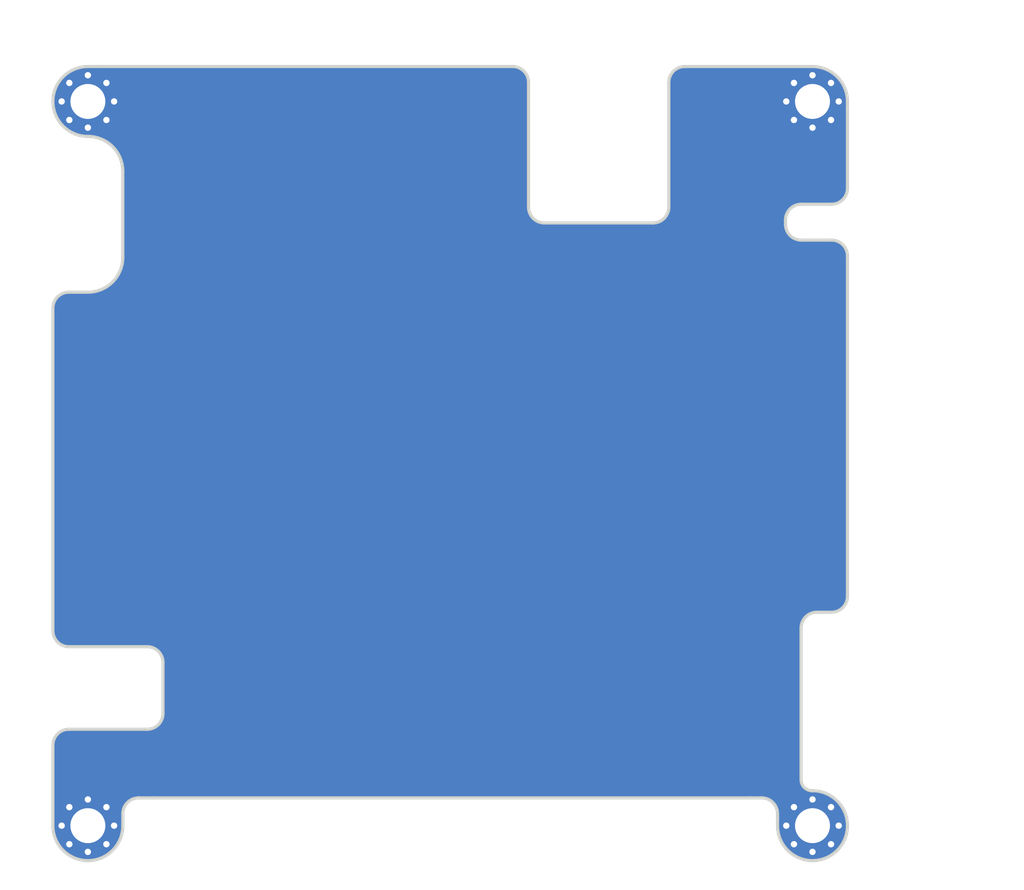
<source format=kicad_pcb>
(kicad_pcb (version 20240108) (generator "pcbnew") (generator_version "8.0")
  (layers (0 "F.Cu" signal) (31 "B.Cu" signal) (34 "B.Paste" user) (35 "F.Paste" user) (36 "B.SilkS" user "B.Silkscreen") (37 "F.SilkS" user "F.Silkscreen") (38 "B.Mask" user) (39 "F.Mask" user) (44 "Edge.Cuts" user))
  (net 0 "")
  (net 1 "GND")
  (footprint "MountingHole:MountingHole_2.2mm_M2_Pad_Via" (layer "F.Cu") (at 120.87 71.39)
    (property "Reference" "TP1" (hide yes))
    (property "Value" "Mounting Hole")
    (pad "1" thru_hole circle (at -1.65 0) (size 0.7 0.7) (drill 0.4) (layers "*.Cu" "*.Mask") (net 1 "GND"))
    (pad "1" thru_hole circle (at -1.166726 -1.166726) (size 0.7 0.7) (drill 0.4) (layers "*.Cu" "*.Mask") (net 1 "GND"))
    (pad "1" thru_hole circle (at -1.166726 1.166726) (size 0.7 0.7) (drill 0.4) (layers "*.Cu" "*.Mask") (net 1 "GND"))
    (pad "1" thru_hole circle (at 0 -1.65) (size 0.7 0.7) (drill 0.4) (layers "*.Cu" "*.Mask") (net 1 "GND"))
    (pad "1" thru_hole circle (at 0 0) (size 4.4 4.4) (drill 2.2) (layers "*.Cu" "*.Mask") (net 1 "GND"))
    (pad "1" thru_hole circle (at 0 1.65) (size 0.7 0.7) (drill 0.4) (layers "*.Cu" "*.Mask") (net 1 "GND"))
    (pad "1" thru_hole circle (at 1.166726 -1.166726) (size 0.7 0.7) (drill 0.4) (layers "*.Cu" "*.Mask") (net 1 "GND"))
    (pad "1" thru_hole circle (at 1.166726 1.166726) (size 0.7 0.7) (drill 0.4) (layers "*.Cu" "*.Mask") (net 1 "GND"))
    (pad "1" thru_hole circle (at 1.65 0) (size 0.7 0.7) (drill 0.4) (layers "*.Cu" "*.Mask") (net 1 "GND"))
  )
  (footprint "MountingHole:MountingHole_2.2mm_M2_Pad_Via" (layer "F.Cu") (at 166.47 71.39)
    (property "Reference" "TP2" (hide yes))
    (property "Value" "Mounting Hole")
    (pad "1" thru_hole circle (at -1.65 0) (size 0.7 0.7) (drill 0.4) (layers "*.Cu" "*.Mask") (net 1 "GND"))
    (pad "1" thru_hole circle (at -1.166726 -1.166726) (size 0.7 0.7) (drill 0.4) (layers "*.Cu" "*.Mask") (net 1 "GND"))
    (pad "1" thru_hole circle (at -1.166726 1.166726) (size 0.7 0.7) (drill 0.4) (layers "*.Cu" "*.Mask") (net 1 "GND"))
    (pad "1" thru_hole circle (at 0 -1.65) (size 0.7 0.7) (drill 0.4) (layers "*.Cu" "*.Mask") (net 1 "GND"))
    (pad "1" thru_hole circle (at 0 0) (size 4.4 4.4) (drill 2.2) (layers "*.Cu" "*.Mask") (net 1 "GND"))
    (pad "1" thru_hole circle (at 0 1.65) (size 0.7 0.7) (drill 0.4) (layers "*.Cu" "*.Mask") (net 1 "GND"))
    (pad "1" thru_hole circle (at 1.166726 -1.166726) (size 0.7 0.7) (drill 0.4) (layers "*.Cu" "*.Mask") (net 1 "GND"))
    (pad "1" thru_hole circle (at 1.166726 1.166726) (size 0.7 0.7) (drill 0.4) (layers "*.Cu" "*.Mask") (net 1 "GND"))
    (pad "1" thru_hole circle (at 1.65 0) (size 0.7 0.7) (drill 0.4) (layers "*.Cu" "*.Mask") (net 1 "GND"))
  )
  (footprint "MountingHole:MountingHole_2.2mm_M2_Pad_Via" (layer "F.Cu") (at 166.47 116.99)
    (property "Reference" "TP3" (hide yes))
    (property "Value" "Mounting Hole")
    (pad "1" thru_hole circle (at -1.65 0) (size 0.7 0.7) (drill 0.4) (layers "*.Cu" "*.Mask") (net 1 "GND"))
    (pad "1" thru_hole circle (at -1.166726 -1.166726) (size 0.7 0.7) (drill 0.4) (layers "*.Cu" "*.Mask") (net 1 "GND"))
    (pad "1" thru_hole circle (at -1.166726 1.166726) (size 0.7 0.7) (drill 0.4) (layers "*.Cu" "*.Mask") (net 1 "GND"))
    (pad "1" thru_hole circle (at 0 -1.65) (size 0.7 0.7) (drill 0.4) (layers "*.Cu" "*.Mask") (net 1 "GND"))
    (pad "1" thru_hole circle (at 0 0) (size 4.4 4.4) (drill 2.2) (layers "*.Cu" "*.Mask") (net 1 "GND"))
    (pad "1" thru_hole circle (at 0 1.65) (size 0.7 0.7) (drill 0.4) (layers "*.Cu" "*.Mask") (net 1 "GND"))
    (pad "1" thru_hole circle (at 1.166726 -1.166726) (size 0.7 0.7) (drill 0.4) (layers "*.Cu" "*.Mask") (net 1 "GND"))
    (pad "1" thru_hole circle (at 1.166726 1.166726) (size 0.7 0.7) (drill 0.4) (layers "*.Cu" "*.Mask") (net 1 "GND"))
    (pad "1" thru_hole circle (at 1.65 0) (size 0.7 0.7) (drill 0.4) (layers "*.Cu" "*.Mask") (net 1 "GND"))
  )
  (footprint "MountingHole:MountingHole_2.2mm_M2_Pad_Via" (layer "F.Cu") (at 120.87 116.99)
    (property "Reference" "TP4" (hide yes))
    (property "Value" "Mounting Hole")
    (pad "1" thru_hole circle (at -1.65 0) (size 0.7 0.7) (drill 0.4) (layers "*.Cu" "*.Mask") (net 1 "GND"))
    (pad "1" thru_hole circle (at -1.166726 -1.166726) (size 0.7 0.7) (drill 0.4) (layers "*.Cu" "*.Mask") (net 1 "GND"))
    (pad "1" thru_hole circle (at -1.166726 1.166726) (size 0.7 0.7) (drill 0.4) (layers "*.Cu" "*.Mask") (net 1 "GND"))
    (pad "1" thru_hole circle (at 0 -1.65) (size 0.7 0.7) (drill 0.4) (layers "*.Cu" "*.Mask") (net 1 "GND"))
    (pad "1" thru_hole circle (at 0 0) (size 4.4 4.4) (drill 2.2) (layers "*.Cu" "*.Mask") (net 1 "GND"))
    (pad "1" thru_hole circle (at 0 1.65) (size 0.7 0.7) (drill 0.4) (layers "*.Cu" "*.Mask") (net 1 "GND"))
    (pad "1" thru_hole circle (at 1.166726 -1.166726) (size 0.7 0.7) (drill 0.4) (layers "*.Cu" "*.Mask") (net 1 "GND"))
    (pad "1" thru_hole circle (at 1.166726 1.166726) (size 0.7 0.7) (drill 0.4) (layers "*.Cu" "*.Mask") (net 1 "GND"))
    (pad "1" thru_hole circle (at 1.65 0) (size 0.7 0.7) (drill 0.4) (layers "*.Cu" "*.Mask") (net 1 "GND"))
  )
  (gr_arc (start 119.67 105.72) (mid 118.962893 105.427107) (end 118.67 104.72) (stroke (width 0.2)) (layer "Edge.Cuts"))
  (gr_arc (start 149.6 79.04) (mid 148.892893 78.747107) (end 148.6 78.04) (stroke (width 0.2)) (layer "Edge.Cuts"))
  (gr_arc (start 120.87 73.59) (mid 119.314365 72.945635) (end 118.67 71.39) (stroke (width 0.2)) (layer "Edge.Cuts"))
  (gr_line (start 149.6 79.04) (end 156.43 79.04) (stroke (width 0.2)) (layer "Edge.Cuts"))
  (gr_line (start 124.6 105.72) (end 119.67 105.72) (stroke (width 0.2)) (layer "Edge.Cuts"))
  (gr_arc (start 166.45 114.79) (mid 165.955025 114.584975) (end 165.75 114.09) (stroke (width 0.2)) (layer "Edge.Cuts"))
  (gr_arc (start 125.6 109.92) (mid 125.307107 110.627107) (end 124.6 110.92) (stroke (width 0.2)) (layer "Edge.Cuts"))
  (gr_arc (start 120.87 119.19) (mid 119.314365 118.545635) (end 118.67 116.99) (stroke (width 0.2)) (layer "Edge.Cuts"))
  (gr_arc (start 157.43 70.19) (mid 157.722893 69.482893) (end 158.43 69.19) (stroke (width 0.2)) (layer "Edge.Cuts"))
  (gr_arc (start 163.27 115.24) (mid 163.977107 115.532893) (end 164.27 116.24) (stroke (width 0.2)) (layer "Edge.Cuts"))
  (gr_line (start 164.27 116.24) (end 164.27 116.99) (stroke (width 0.2)) (layer "Edge.Cuts"))
  (gr_arc (start 123.07 116.99) (mid 122.425635 118.545635) (end 120.87 119.19) (stroke (width 0.2)) (layer "Edge.Cuts"))
  (gr_line (start 168.67 76.63) (end 168.67 76.86) (stroke (width 0.2)) (layer "Edge.Cuts"))
  (gr_line (start 125.6 109.92) (end 125.6 106.72) (stroke (width 0.2)) (layer "Edge.Cuts"))
  (gr_line (start 120.87 83.4) (end 119.67 83.4) (stroke (width 0.2)) (layer "Edge.Cuts"))
  (gr_line (start 168.67 81.12) (end 168.67 81.5) (stroke (width 0.2)) (layer "Edge.Cuts"))
  (gr_line (start 166.45 114.79) (end 166.47 114.79) (stroke (width 0.2)) (layer "Edge.Cuts"))
  (gr_line (start 162.59 115.24) (end 125.01 115.24) (stroke (width 0.2)) (layer "Edge.Cuts"))
  (gr_arc (start 168.67 76.86) (mid 168.377107 77.567107) (end 167.67 77.86) (stroke (width 0.2)) (layer "Edge.Cuts"))
  (gr_line (start 168.67 81.5) (end 168.67 102.55) (stroke (width 0.2)) (layer "Edge.Cuts"))
  (gr_line (start 167.67 103.55) (end 166.75 103.55) (stroke (width 0.2)) (layer "Edge.Cuts"))
  (gr_arc (start 166.47 69.19) (mid 168.025635 69.834365) (end 168.67 71.39) (stroke (width 0.2)) (layer "Edge.Cuts"))
  (gr_line (start 123.07 75.79) (end 123.07 81.2) (stroke (width 0.2)) (layer "Edge.Cuts"))
  (gr_arc (start 166.47 119.19) (mid 164.914365 118.545635) (end 164.27 116.99) (stroke (width 0.2)) (layer "Edge.Cuts"))
  (gr_arc (start 147.6 69.19) (mid 148.307107 69.482893) (end 148.6 70.19) (stroke (width 0.2)) (layer "Edge.Cuts"))
  (gr_arc (start 165.77 80.12) (mid 165.062893 79.827107) (end 164.77 79.12) (stroke (width 0.2)) (layer "Edge.Cuts"))
  (gr_line (start 165.75 104.55) (end 165.75 114.09) (stroke (width 0.2)) (layer "Edge.Cuts"))
  (gr_arc (start 118.67 111.92) (mid 118.962893 111.212893) (end 119.67 110.92) (stroke (width 0.2)) (layer "Edge.Cuts"))
  (gr_arc (start 118.67 71.39) (mid 119.314365 69.834365) (end 120.87 69.19) (stroke (width 0.2)) (layer "Edge.Cuts"))
  (gr_line (start 121.94 69.19) (end 147.6 69.19) (stroke (width 0.2)) (layer "Edge.Cuts"))
  (gr_line (start 162.59 115.24) (end 163.27 115.24) (stroke (width 0.2)) (layer "Edge.Cuts"))
  (gr_arc (start 165.75 104.55) (mid 166.042893 103.842893) (end 166.75 103.55) (stroke (width 0.2)) (layer "Edge.Cuts"))
  (gr_arc (start 167.67 80.12) (mid 168.377107 80.412893) (end 168.67 81.12) (stroke (width 0.2)) (layer "Edge.Cuts"))
  (gr_arc (start 123.07 81.2) (mid 122.425635 82.755635) (end 120.87 83.4) (stroke (width 0.2)) (layer "Edge.Cuts"))
  (gr_line (start 164.77 78.86) (end 164.77 79.12) (stroke (width 0.2)) (layer "Edge.Cuts"))
  (gr_arc (start 123.07 116.24) (mid 123.362893 115.532893) (end 124.07 115.24) (stroke (width 0.2)) (layer "Edge.Cuts"))
  (gr_line (start 168.67 71.39) (end 168.67 76.63) (stroke (width 0.2)) (layer "Edge.Cuts"))
  (gr_arc (start 118.67 84.4) (mid 118.962893 83.692893) (end 119.67 83.4) (stroke (width 0.2)) (layer "Edge.Cuts"))
  (gr_arc (start 120.87 73.59) (mid 122.425635 74.234365) (end 123.07 75.79) (stroke (width 0.2)) (layer "Edge.Cuts"))
  (gr_line (start 119.67 110.92) (end 124.6 110.92) (stroke (width 0.2)) (layer "Edge.Cuts"))
  (gr_line (start 165.77 80.12) (end 167.67 80.12) (stroke (width 0.2)) (layer "Edge.Cuts"))
  (gr_line (start 157.43 78.04) (end 157.43 70.19) (stroke (width 0.2)) (layer "Edge.Cuts"))
  (gr_line (start 118.67 116.99) (end 118.67 112.4) (stroke (width 0.2)) (layer "Edge.Cuts"))
  (gr_arc (start 168.67 116.99) (mid 168.025635 118.545635) (end 166.47 119.19) (stroke (width 0.2)) (layer "Edge.Cuts"))
  (gr_line (start 125.01 115.24) (end 124.07 115.24) (stroke (width 0.2)) (layer "Edge.Cuts"))
  (gr_arc (start 168.67 102.55) (mid 168.377107 103.257107) (end 167.67 103.55) (stroke (width 0.2)) (layer "Edge.Cuts"))
  (gr_arc (start 124.6 105.72) (mid 125.307107 106.012893) (end 125.6 106.72) (stroke (width 0.2)) (layer "Edge.Cuts"))
  (gr_arc (start 166.47 114.79) (mid 168.025635 115.434365) (end 168.67 116.99) (stroke (width 0.2)) (layer "Edge.Cuts"))
  (gr_line (start 120.87 69.19) (end 121.94 69.19) (stroke (width 0.2)) (layer "Edge.Cuts"))
  (gr_line (start 166.47 69.19) (end 158.43 69.19) (stroke (width 0.2)) (layer "Edge.Cuts"))
  (gr_arc (start 164.77 78.86) (mid 165.062893 78.152893) (end 165.77 77.86) (stroke (width 0.2)) (layer "Edge.Cuts"))
  (gr_line (start 118.67 104.72) (end 118.67 84.4) (stroke (width 0.2)) (layer "Edge.Cuts"))
  (gr_line (start 118.67 112.4) (end 118.67 111.92) (stroke (width 0.2)) (layer "Edge.Cuts"))
  (gr_arc (start 157.43 78.04) (mid 157.137107 78.747107) (end 156.43 79.04) (stroke (width 0.2)) (layer "Edge.Cuts"))
  (gr_line (start 148.6 70.19) (end 148.6 78.04) (stroke (width 0.2)) (layer "Edge.Cuts"))
  (gr_line (start 167.67 77.86) (end 165.77 77.86) (stroke (width 0.2)) (layer "Edge.Cuts"))
  (gr_line (start 123.07 116.99) (end 123.07 116.24) (stroke (width 0.2)) (layer "Edge.Cuts"))
  (zone (net 1) (net_name "GND") (layers "F&B.Cu") (connect_pads yes (clearance 0.1)) (min_thickness 0.1) (fill yes (thermal_gap 0.5) (thermal_bridge_width 0.5))
    (polygon (pts (xy 118 68) (xy 118 121) (xy 170 121) (xy 170 68)))
  )
)
</source>
